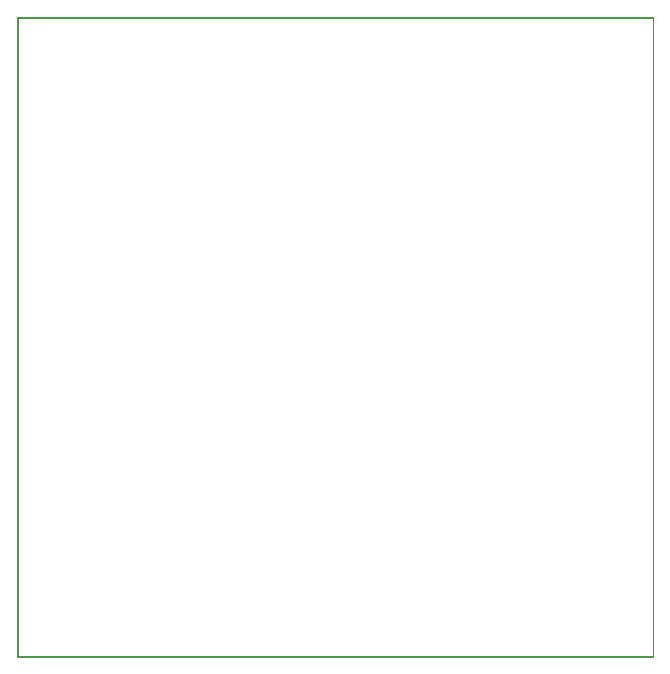
<source format=gbr>
%TF.GenerationSoftware,KiCad,Pcbnew,(6.0.9)*%
%TF.CreationDate,2023-07-07T16:24:00-04:00*%
%TF.ProjectId,MOODLighting,4d4f4f44-4c69-4676-9874-696e672e6b69,rev?*%
%TF.SameCoordinates,Original*%
%TF.FileFunction,Profile,NP*%
%FSLAX46Y46*%
G04 Gerber Fmt 4.6, Leading zero omitted, Abs format (unit mm)*
G04 Created by KiCad (PCBNEW (6.0.9)) date 2023-07-07 16:24:00*
%MOMM*%
%LPD*%
G01*
G04 APERTURE LIST*
%TA.AperFunction,Profile*%
%ADD10C,0.100000*%
%TD*%
G04 APERTURE END LIST*
D10*
X106770000Y-62020000D02*
X160530000Y-62020000D01*
X160530000Y-62020000D02*
X160530000Y-116090000D01*
X160530000Y-116090000D02*
X106770000Y-116090000D01*
X106770000Y-116090000D02*
X106770000Y-62020000D01*
X106610000Y-61940000D02*
X160530000Y-61940000D01*
X160530000Y-61940000D02*
X160530000Y-116170000D01*
X160530000Y-116170000D02*
X106610000Y-116170000D01*
X106610000Y-116170000D02*
X106610000Y-61940000D01*
M02*

</source>
